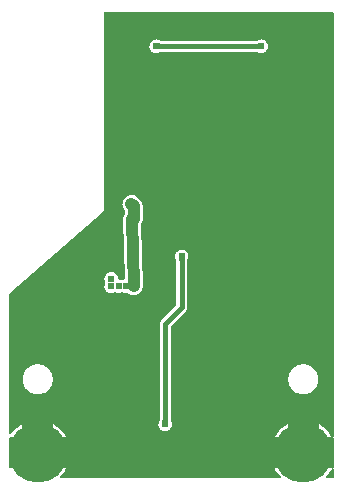
<source format=gbl>
G04 Layer: BottomLayer*
G04 EasyEDA v6.5.54, 2026-02-14 17:59:59*
G04 2bbe276c55c74596aa95547dd797203b,b56bf7277742442884ecbff68b5c164c,10*
G04 Gerber Generator version 0.2*
G04 Scale: 100 percent, Rotated: No, Reflected: No *
G04 Dimensions in millimeters *
G04 leading zeros omitted , absolute positions ,4 integer and 5 decimal *
%FSLAX45Y45*%
%MOMM*%

%ADD10C,0.4000*%
%ADD11C,1.0000*%
%ADD12C,5.0000*%
%ADD13C,0.6200*%
%ADD14C,0.0107*%

%LPD*%
G36*
X145491Y25908D02*
G01*
X141630Y26670D01*
X138328Y28905D01*
X136144Y32156D01*
X135331Y36068D01*
X135331Y109931D01*
X36068Y109931D01*
X32156Y110744D01*
X28905Y112928D01*
X26670Y116230D01*
X25908Y120091D01*
X25908Y362508D01*
X26670Y366369D01*
X28905Y369671D01*
X32156Y371856D01*
X36068Y372668D01*
X135331Y372668D01*
X135331Y483666D01*
X128727Y480212D01*
X109220Y467868D01*
X90830Y453898D01*
X73660Y438404D01*
X57861Y421589D01*
X44043Y404164D01*
X40843Y401472D01*
X36830Y400304D01*
X32715Y400862D01*
X29159Y402996D01*
X26771Y406400D01*
X25908Y410464D01*
X25908Y1583588D01*
X26822Y1587754D01*
X29362Y1591208D01*
X816813Y2280158D01*
X820115Y2283612D01*
X823772Y2289860D01*
X825195Y2293924D01*
X826008Y2300579D01*
X826008Y3963924D01*
X826769Y3967835D01*
X829005Y3971086D01*
X832256Y3973322D01*
X836168Y3974084D01*
X2764028Y3974084D01*
X2767939Y3973322D01*
X2771190Y3971086D01*
X2773426Y3967835D01*
X2774188Y3963924D01*
X2774188Y381152D01*
X2773273Y376885D01*
X2770632Y373430D01*
X2767939Y371856D01*
X2771190Y369671D01*
X2773426Y366369D01*
X2774188Y362508D01*
X2774188Y120091D01*
X2773426Y116230D01*
X2771190Y112928D01*
X2767736Y110693D01*
X2770632Y109169D01*
X2773273Y105714D01*
X2774188Y101447D01*
X2774188Y36068D01*
X2773426Y32156D01*
X2771190Y28905D01*
X2767939Y26670D01*
X2764028Y25908D01*
X2713532Y25908D01*
X2709621Y26670D01*
X2706319Y28905D01*
X2704084Y32207D01*
X2703372Y36118D01*
X2704185Y40030D01*
X2706420Y43332D01*
X2715717Y52425D01*
X2730804Y69900D01*
X2744368Y88595D01*
X2755341Y106680D01*
X2758592Y109931D01*
X2645918Y109931D01*
X2645918Y36068D01*
X2645156Y32156D01*
X2642971Y28905D01*
X2639669Y26670D01*
X2635758Y25908D01*
X2393391Y25908D01*
X2389530Y26670D01*
X2386228Y28905D01*
X2383993Y32156D01*
X2383231Y36068D01*
X2383231Y109931D01*
X2272233Y109931D01*
X2278583Y98399D01*
X2291384Y79146D01*
X2305710Y61010D01*
X2321560Y44196D01*
X2324557Y40386D01*
X2325522Y36423D01*
X2324862Y32410D01*
X2322677Y29006D01*
X2319324Y26720D01*
X2315362Y25908D01*
X465632Y25908D01*
X461721Y26670D01*
X458419Y28905D01*
X456234Y32207D01*
X455472Y36118D01*
X456285Y40030D01*
X458520Y43332D01*
X467817Y52425D01*
X482904Y69900D01*
X496519Y88595D01*
X509270Y109931D01*
X398068Y109931D01*
X398068Y36068D01*
X397256Y32156D01*
X395071Y28905D01*
X391769Y26670D01*
X387908Y25908D01*
G37*

%LPC*%
G36*
X2272233Y372668D02*
G01*
X2383231Y372668D01*
X2383231Y483666D01*
X2376627Y480212D01*
X2357120Y467868D01*
X2338730Y453898D01*
X2321560Y438404D01*
X2305710Y421589D01*
X2291384Y403453D01*
X2278583Y384200D01*
G37*
G36*
X398068Y372668D02*
G01*
X509270Y372668D01*
X496519Y394004D01*
X482904Y412648D01*
X467817Y430174D01*
X451307Y446328D01*
X433527Y461060D01*
X414528Y474268D01*
X398068Y483768D01*
G37*
G36*
X2645918Y372668D02*
G01*
X2758592Y372668D01*
X2755341Y375920D01*
X2744368Y394004D01*
X2730804Y412648D01*
X2715717Y430174D01*
X2699207Y446328D01*
X2681376Y461060D01*
X2662428Y474268D01*
X2645918Y483768D01*
G37*
G36*
X1348638Y425754D02*
G01*
X1358188Y427024D01*
X1367383Y429818D01*
X1376019Y434187D01*
X1383792Y439928D01*
X1390446Y446887D01*
X1395831Y454863D01*
X1399844Y463651D01*
X1402232Y472998D01*
X1403096Y482600D01*
X1402232Y492201D01*
X1399844Y501548D01*
X1395476Y510895D01*
X1393850Y515061D01*
X1392123Y527507D01*
X1392123Y1310284D01*
X1392885Y1314145D01*
X1395069Y1317447D01*
X1519580Y1442008D01*
X1524914Y1449070D01*
X1528673Y1456639D01*
X1530959Y1464767D01*
X1531823Y1473657D01*
X1531823Y1860092D01*
X1533550Y1872538D01*
X1539544Y1886051D01*
X1541932Y1895398D01*
X1542796Y1905000D01*
X1541932Y1914601D01*
X1539544Y1923948D01*
X1535531Y1932736D01*
X1530146Y1940712D01*
X1523492Y1947672D01*
X1515719Y1953412D01*
X1507083Y1957781D01*
X1497888Y1960575D01*
X1488338Y1961845D01*
X1478686Y1961388D01*
X1469237Y1959356D01*
X1460296Y1955800D01*
X1452067Y1950720D01*
X1444853Y1944370D01*
X1438757Y1936851D01*
X1434084Y1928418D01*
X1430883Y1919325D01*
X1429258Y1909825D01*
X1429258Y1900174D01*
X1430883Y1890674D01*
X1434084Y1881581D01*
X1437030Y1876298D01*
X1438198Y1872843D01*
X1439976Y1860092D01*
X1439976Y1496415D01*
X1439214Y1492554D01*
X1437030Y1489252D01*
X1312519Y1364691D01*
X1307185Y1357630D01*
X1303426Y1350060D01*
X1301140Y1341932D01*
X1300276Y1333042D01*
X1300276Y527507D01*
X1298498Y514756D01*
X1297330Y511301D01*
X1294384Y506018D01*
X1291183Y496925D01*
X1289558Y487426D01*
X1289558Y477774D01*
X1291183Y468274D01*
X1294384Y459181D01*
X1299057Y450748D01*
X1305153Y443230D01*
X1312367Y436880D01*
X1320596Y431800D01*
X1329537Y428243D01*
X1338986Y426212D01*
G37*
G36*
X266700Y736092D02*
G01*
X282092Y737057D01*
X297230Y739800D01*
X311912Y744372D01*
X325932Y750722D01*
X339140Y758698D01*
X351231Y768197D01*
X362102Y779068D01*
X371602Y791159D01*
X379577Y804367D01*
X385927Y818388D01*
X390499Y833069D01*
X393242Y848207D01*
X394208Y863600D01*
X393242Y878992D01*
X390499Y894130D01*
X385927Y908812D01*
X379577Y922832D01*
X371602Y936040D01*
X362102Y948131D01*
X351231Y959002D01*
X339140Y968502D01*
X325932Y976477D01*
X311912Y982827D01*
X297230Y987399D01*
X282092Y990142D01*
X266700Y991108D01*
X251307Y990142D01*
X236169Y987399D01*
X221488Y982827D01*
X207467Y976477D01*
X194259Y968502D01*
X182168Y959002D01*
X171297Y948131D01*
X161798Y936040D01*
X153822Y922832D01*
X147472Y908812D01*
X142900Y894130D01*
X140157Y878992D01*
X139192Y863600D01*
X140157Y848207D01*
X142900Y833069D01*
X147472Y818388D01*
X153822Y804367D01*
X161798Y791159D01*
X171297Y779068D01*
X182168Y768197D01*
X194259Y758698D01*
X207467Y750722D01*
X221488Y744372D01*
X236169Y739800D01*
X251307Y737057D01*
G37*
G36*
X2514600Y736092D02*
G01*
X2529992Y737057D01*
X2545130Y739800D01*
X2559812Y744372D01*
X2573832Y750722D01*
X2587040Y758698D01*
X2599131Y768197D01*
X2610002Y779068D01*
X2619502Y791159D01*
X2627477Y804367D01*
X2633827Y818388D01*
X2638399Y833069D01*
X2641142Y848207D01*
X2642108Y863600D01*
X2641142Y878992D01*
X2638399Y894130D01*
X2633827Y908812D01*
X2627477Y922832D01*
X2619502Y936040D01*
X2610002Y948131D01*
X2599131Y959002D01*
X2587040Y968502D01*
X2573832Y976477D01*
X2559812Y982827D01*
X2545130Y987399D01*
X2529992Y990142D01*
X2514600Y991108D01*
X2499207Y990142D01*
X2484069Y987399D01*
X2469388Y982827D01*
X2455367Y976477D01*
X2442159Y968502D01*
X2430068Y959002D01*
X2419197Y948131D01*
X2409698Y936040D01*
X2401722Y922832D01*
X2395372Y908812D01*
X2390800Y894130D01*
X2388057Y878992D01*
X2387092Y863600D01*
X2388057Y848207D01*
X2390800Y833069D01*
X2395372Y818388D01*
X2401722Y804367D01*
X2409698Y791159D01*
X2419197Y779068D01*
X2430068Y768197D01*
X2442159Y758698D01*
X2455367Y750722D01*
X2469388Y744372D01*
X2484069Y739800D01*
X2499207Y737057D01*
G37*
G36*
X1075537Y1575206D02*
G01*
X1086866Y1575460D01*
X1098042Y1577441D01*
X1108760Y1580997D01*
X1118870Y1586128D01*
X1128115Y1592732D01*
X1136243Y1600657D01*
X1143152Y1609648D01*
X1148588Y1619605D01*
X1152499Y1630273D01*
X1154785Y1641348D01*
X1155395Y1653082D01*
X1143660Y2179370D01*
X1144016Y2182114D01*
X1145032Y2184704D01*
X1147876Y2189581D01*
X1151991Y2200148D01*
X1154531Y2211171D01*
X1155395Y2222855D01*
X1155344Y2332278D01*
X1154531Y2341118D01*
X1154125Y2343556D01*
X1151991Y2352192D01*
X1151229Y2354529D01*
X1147826Y2362708D01*
X1146708Y2364943D01*
X1142085Y2372563D01*
X1135024Y2381402D01*
X1114552Y2401925D01*
X1105662Y2409596D01*
X1096060Y2415590D01*
X1085646Y2420162D01*
X1074724Y2423058D01*
X1063447Y2424328D01*
X1052118Y2423922D01*
X1040942Y2421839D01*
X1030274Y2418080D01*
X1020216Y2412746D01*
X1011123Y2406040D01*
X1003096Y2398014D01*
X996340Y2388870D01*
X991057Y2378862D01*
X987298Y2368143D01*
X985215Y2357018D01*
X984758Y2345690D01*
X986028Y2334412D01*
X988974Y2323439D01*
X993495Y2313076D01*
X999540Y2303475D01*
X1001115Y2301646D01*
X1002944Y2298547D01*
X1003604Y2294991D01*
X1003604Y2267204D01*
X1003300Y2264714D01*
X1002334Y2262327D01*
X997712Y2253894D01*
X993800Y2243226D01*
X991514Y2232152D01*
X990904Y2220417D01*
X1002182Y1713636D01*
X1001471Y1709623D01*
X999236Y1706219D01*
X995832Y1703933D01*
X986282Y1699920D01*
X982878Y1699818D01*
X979576Y1700784D01*
X973683Y1703781D01*
X964488Y1706575D01*
X954481Y1707896D01*
X951179Y1708861D01*
X948436Y1710943D01*
X946505Y1713788D01*
X945642Y1717090D01*
X945032Y1724101D01*
X942644Y1733448D01*
X938631Y1742236D01*
X933246Y1750212D01*
X926592Y1757172D01*
X918819Y1762912D01*
X910183Y1767281D01*
X900988Y1770075D01*
X891438Y1771345D01*
X881786Y1770888D01*
X872337Y1768856D01*
X863396Y1765300D01*
X855167Y1760220D01*
X847953Y1753870D01*
X841857Y1746351D01*
X837184Y1737918D01*
X833983Y1728825D01*
X832358Y1719325D01*
X832358Y1709674D01*
X833983Y1700174D01*
X837184Y1691081D01*
X839063Y1687728D01*
X840181Y1684477D01*
X840181Y1681022D01*
X839063Y1677771D01*
X837184Y1674418D01*
X833983Y1665325D01*
X832358Y1655825D01*
X832358Y1646174D01*
X833983Y1636674D01*
X837184Y1627581D01*
X841857Y1619148D01*
X847953Y1611630D01*
X855167Y1605280D01*
X863396Y1600200D01*
X872337Y1596644D01*
X881786Y1594612D01*
X891438Y1594154D01*
X900988Y1595424D01*
X910183Y1598218D01*
X916076Y1601216D01*
X919378Y1602181D01*
X922782Y1602079D01*
X926896Y1600200D01*
X935837Y1596644D01*
X945286Y1594612D01*
X954938Y1594154D01*
X964488Y1595424D01*
X973683Y1598218D01*
X979576Y1601216D01*
X982878Y1602181D01*
X986282Y1602079D01*
X990396Y1600200D01*
X999337Y1596644D01*
X1008786Y1594612D01*
X1018438Y1594154D01*
X1023569Y1594815D01*
X1027836Y1594459D01*
X1031595Y1592376D01*
X1033526Y1590649D01*
X1043025Y1584452D01*
X1053338Y1579778D01*
X1064260Y1576679D01*
G37*
G36*
X1272387Y3626154D02*
G01*
X1281988Y3627374D01*
X1291183Y3630218D01*
X1299413Y3634384D01*
X1302512Y3635349D01*
X1314907Y3637076D01*
X2114092Y3637076D01*
X2126843Y3635298D01*
X2130653Y3633927D01*
X2133396Y3632200D01*
X2142337Y3628644D01*
X2151786Y3626612D01*
X2161438Y3626154D01*
X2170988Y3627424D01*
X2180183Y3630218D01*
X2188819Y3634587D01*
X2196592Y3640328D01*
X2203246Y3647287D01*
X2208631Y3655263D01*
X2212644Y3664051D01*
X2215032Y3673398D01*
X2215896Y3683000D01*
X2215032Y3692601D01*
X2212644Y3701948D01*
X2208631Y3710736D01*
X2203246Y3718712D01*
X2196592Y3725672D01*
X2188819Y3731412D01*
X2180183Y3735781D01*
X2170988Y3738575D01*
X2161438Y3739845D01*
X2151786Y3739387D01*
X2142337Y3737356D01*
X2133396Y3733800D01*
X2130653Y3732072D01*
X2126843Y3730701D01*
X2114092Y3728923D01*
X1314907Y3728923D01*
X1302461Y3730650D01*
X1299413Y3731615D01*
X1291183Y3735781D01*
X1281988Y3738575D01*
X1272387Y3739794D01*
X1262786Y3739387D01*
X1253337Y3737356D01*
X1244396Y3733800D01*
X1236167Y3728720D01*
X1228953Y3722319D01*
X1222857Y3714851D01*
X1218184Y3706418D01*
X1214983Y3697325D01*
X1213307Y3687826D01*
X1213307Y3678174D01*
X1214983Y3668674D01*
X1218184Y3659581D01*
X1222857Y3651148D01*
X1228953Y3643629D01*
X1236167Y3637279D01*
X1244396Y3632200D01*
X1253337Y3628593D01*
X1262786Y3626561D01*
G37*

%LPD*%
G36*
X1462633Y1884476D02*
G01*
X1465884Y1862785D01*
X1505915Y1862785D01*
X1509166Y1884476D01*
G37*
G36*
X1326184Y524814D02*
G01*
X1322933Y503123D01*
X1369466Y503123D01*
X1366215Y524814D01*
G37*
G36*
X2138476Y3706266D02*
G01*
X2116785Y3703015D01*
X2116785Y3662984D01*
X2138476Y3659733D01*
G37*
G36*
X1290523Y3706266D02*
G01*
X1290523Y3659733D01*
X1312214Y3662984D01*
X1312214Y3703015D01*
G37*
D10*
X1270000Y3683000D02*
G01*
X2159000Y3683000D01*
X1485900Y1905000D02*
G01*
X1485900Y1473200D01*
X1346200Y1333500D01*
X1346200Y482600D01*
D11*
X1079500Y2222500D02*
G01*
X1079500Y2329624D01*
X1060602Y2348522D01*
X1079500Y1651000D02*
G01*
X1066797Y2222497D01*
D12*
G01*
X2514600Y241300D03*
G01*
X266700Y241300D03*
D13*
G01*
X1778000Y2400300D03*
G01*
X2108200Y2413000D03*
G01*
X2425700Y2438400D03*
G01*
X1485900Y2463800D03*
G01*
X1485900Y1905000D03*
G01*
X1346200Y482600D03*
G01*
X2635402Y2755595D03*
G01*
X2667000Y2857500D03*
G01*
X2667000Y2984500D03*
G01*
X2667000Y3111500D03*
G01*
X2667000Y3238500D03*
G01*
X2667000Y3365500D03*
G01*
X2667000Y3492500D03*
G01*
X2667000Y3619500D03*
G01*
X2667000Y3746500D03*
G01*
X2667000Y3873500D03*
G01*
X2540000Y3873500D03*
G01*
X2413000Y3873500D03*
G01*
X2286000Y3873500D03*
G01*
X2159000Y3873500D03*
G01*
X2032000Y3873500D03*
G01*
X1905000Y3873500D03*
G01*
X1714500Y3873500D03*
G01*
X1587500Y3873500D03*
G01*
X1333500Y3873500D03*
G01*
X1206500Y3873500D03*
G01*
X1079500Y3873500D03*
G01*
X1016000Y3810000D03*
G01*
X889000Y3810000D03*
G01*
X952500Y3873500D03*
G01*
X889000Y3683000D03*
G01*
X889000Y3556000D03*
G01*
X952500Y3746500D03*
G01*
X2159000Y3683000D03*
G01*
X889000Y1714500D03*
G01*
X889000Y1651000D03*
G01*
X952500Y1651000D03*
G01*
X1016000Y1651000D03*
G01*
X1079500Y1651000D03*
G01*
X1079500Y2222500D03*
G01*
X889000Y3429000D03*
G01*
X889000Y3302000D03*
G01*
X889000Y3175000D03*
G01*
X889000Y3048000D03*
G01*
X889000Y2921000D03*
G01*
X889000Y2794000D03*
G01*
X889000Y2667000D03*
G01*
X127000Y1587500D03*
G01*
X203200Y1651000D03*
G01*
X279400Y1714500D03*
G01*
X355600Y1778000D03*
G01*
X431800Y1841500D03*
G01*
X508000Y1905000D03*
G01*
X584200Y1968500D03*
G01*
X952500Y1905000D03*
G01*
X1168400Y2159000D03*
G01*
X889000Y2159000D03*
G01*
X1346200Y2133600D03*
G01*
X1143000Y1524000D03*
G01*
X1270000Y1651000D03*
G01*
X1206500Y1905000D03*
G01*
X1333500Y1905000D03*
G01*
X2667000Y1905000D03*
G01*
X2667000Y1778000D03*
G01*
X2667000Y1651000D03*
G01*
X2667000Y1524000D03*
G01*
X2667000Y1397000D03*
G01*
X2667000Y1079500D03*
G01*
X2667000Y1206500D03*
G01*
X2603500Y1143000D03*
G01*
X2540000Y1079500D03*
G01*
X2603500Y1333500D03*
G01*
X2540000Y1397000D03*
G01*
X2603500Y1460500D03*
G01*
X2476500Y1460500D03*
G01*
X2476500Y1333500D03*
G01*
X127000Y1460500D03*
G01*
X127000Y1333500D03*
G01*
X127000Y1206500D03*
G01*
X127000Y1079500D03*
G01*
X190500Y1143000D03*
G01*
X190500Y1270000D03*
G01*
X190500Y1397000D03*
G01*
X254000Y1460500D03*
G01*
X254000Y1333500D03*
G01*
X254000Y1206500D03*
G01*
X254000Y1079500D03*
G01*
X2222500Y127000D03*
G01*
X2222500Y254000D03*
G01*
X2222500Y381000D03*
G01*
X2222500Y508000D03*
G01*
X2222500Y635000D03*
G01*
X2286000Y698500D03*
G01*
X1295400Y2501900D03*
G01*
X1060602Y2348509D03*
G01*
X1124305Y317500D03*
G01*
X1689100Y1562100D03*
G01*
X1460500Y3873500D03*
G01*
X127000Y571500D03*
G01*
X190500Y635000D03*
G01*
X254000Y571500D03*
G01*
X317500Y635000D03*
G01*
X381000Y571500D03*
G01*
X444500Y635000D03*
G01*
X508000Y698500D03*
G01*
X444500Y825500D03*
G01*
X508000Y889000D03*
G01*
X444500Y1016000D03*
G01*
X508000Y1079500D03*
G01*
X444500Y1143000D03*
G01*
X1270000Y3683000D03*
M02*

</source>
